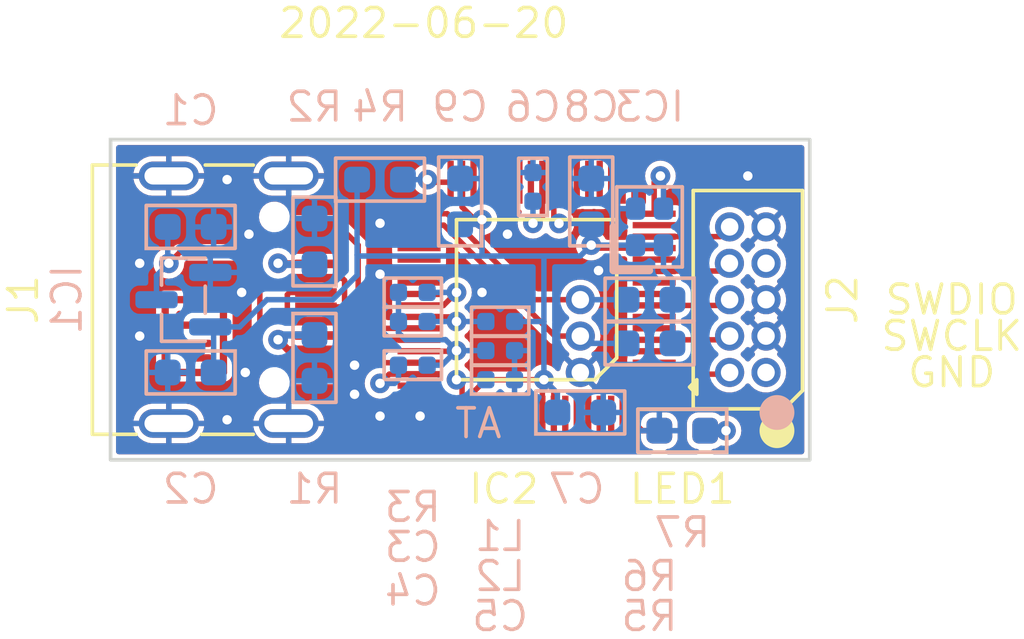
<source format=kicad_pcb>
(kicad_pcb (version 20211014) (generator pcbnew)
  (layers (0 "F.Cu" signal) (31 "B.Cu" signal) (34 "B.Paste" user) (35 "F.Paste" user) (36 "B.SilkS" user "B.Silkscreen") (37 "F.SilkS" user "F.Silkscreen") (38 "B.Mask" user) (39 "F.Mask" user) (44 "Edge.Cuts" user))
  (net 0 "")
  (net 1 "GND")
  (net 2 "/RESET")
  (net 3 "/SWCLK")
  (net 4 "/SWDIO")
  (net 5 "+3V3")
  (net 6 "Net-(J1-PadCC1)")
  (net 7 "Net-(J1-PadCC2)")
  (net 11 "VBUS")
  (net 12 "/USB_DP")
  (net 13 "/USB_DM")
  (net 46 "Net-(IC2-Pad41)")
  (net 47 "/12MHz")
  (net 48 "/T_SWDIO_TMS")
  (net 49 "/T_SWCLK_TCK")
  (net 50 "/T_TDO")
  (net 51 "/T_TDI")
  (net 52 "/T_RESET")
  (net 53 "/STATUS_LED")
  (net 54 "Net-(LED1-Pad2)")
  (net 55 "Net-(C6-Pad2)")
  (net 59 "Net-(C3-Pad2)")
  (net 60 "Net-(C4-Pad1)")
  (net 61 "Net-(C5-Pad2)")
  (net 64 "Net-(C3-Pad1)")
  (footprint "ataradov_ic:TQFP-64-0.4mm" (layer "F.Cu") (at 47.117 51.308 180)
    (fp_text reference "IC2" (at 1.143 -6.604) (layer "F.SilkS") (effects (font (thickness 0.127))))
    (fp_text value "M48XSIDAE")
    (fp_line (start -2.794 -2.032) (end -2.032 -2.794) (layer "F.SilkS") (width 0.127))
    (fp_line (start 2.794 2.794) (end -2.794 2.794) (layer "F.SilkS") (width 0.127))
    (fp_line (start -2.032 -2.794) (end 2.794 -2.794) (layer "F.SilkS") (width 0.127))
    (fp_line (start -2.794 2.794) (end -2.794 -2.032) (layer "F.SilkS") (width 0.127))
    (fp_line (start 2.794 -2.794) (end 2.794 2.794) (layer "F.SilkS") (width 0.127))
    (fp_poly (pts (xy -5.334 -3.048) (xy -5.588 -2.794) (xy -5.588 -3.302)) (layer "F.SilkS") (width 0.127) (fill solid))
    (pad "1" smd rect (at -4.1 -3 180) (size 1.5 0.22) (layers "F.Cu" "F.Paste" "F.Mask"))
    (pad "2" smd rect (at -4.1 -2.6 180) (size 1.5 0.22) (layers "F.Cu" "F.Paste" "F.Mask") (net 48 "/T_SWDIO_TMS"))
    (pad "3" smd rect (at -4.1 -2.2 180) (size 1.5 0.22) (layers "F.Cu" "F.Paste" "F.Mask"))
    (pad "4" smd rect (at -4.1 -1.8 180) (size 1.5 0.22) (layers "F.Cu" "F.Paste" "F.Mask"))
    (pad "5" smd rect (at -4.1 -1.4 180) (size 1.5 0.22) (layers "F.Cu" "F.Paste" "F.Mask") (net 49 "/T_SWCLK_TCK"))
    (pad "6" smd rect (at -4.1 -1 180) (size 1.5 0.22) (layers "F.Cu" "F.Paste" "F.Mask"))
    (pad "7" smd rect (at -4.1 -0.6 180) (size 1.5 0.22) (layers "F.Cu" "F.Paste" "F.Mask"))
    (pad "8" smd rect (at -4.1 -0.2 180) (size 1.5 0.22) (layers "F.Cu" "F.Paste" "F.Mask") (net 50 "/T_TDO"))
    (pad "9" smd rect (at -4.1 0.2 180) (size 1.5 0.22) (layers "F.Cu" "F.Paste" "F.Mask"))
    (pad "10" smd rect (at -4.1 0.6 180) (size 1.5 0.22) (layers "F.Cu" "F.Paste" "F.Mask"))
    (pad "11" smd rect (at -4.1 1 180) (size 1.5 0.22) (layers "F.Cu" "F.Paste" "F.Mask") (net 51 "/T_TDI"))
    (pad "12" smd rect (at -4.1 1.4 180) (size 1.5 0.22) (layers "F.Cu" "F.Paste" "F.Mask"))
    (pad "13" smd rect (at -4.1 1.8 180) (size 1.5 0.22) (layers "F.Cu" "F.Paste" "F.Mask") (net 5 "+3V3"))
    (pad "14" smd rect (at -4.1 2.2 180) (size 1.5 0.22) (layers "F.Cu" "F.Paste" "F.Mask") (net 52 "/T_RESET"))
    (pad "15" smd rect (at -4.1 2.6 180) (size 1.5 0.22) (layers "F.Cu" "F.Paste" "F.Mask"))
    (pad "16" smd rect (at -4.1 3 180) (size 1.5 0.22) (layers "F.Cu" "F.Paste" "F.Mask") (net 47 "/12MHz"))
    (pad "17" smd rect (at -3 4.1 270) (size 1.5 0.22) (layers "F.Cu" "F.Paste" "F.Mask"))
    (pad "18" smd rect (at -2.6 4.1 270) (size 1.5 0.22) (layers "F.Cu" "F.Paste" "F.Mask"))
    (pad "19" smd rect (at -2.2 4.1 270) (size 1.5 0.22) (layers "F.Cu" "F.Paste" "F.Mask"))
    (pad "20" smd rect (at -1.8 4.1 270) (size 1.5 0.22) (layers "F.Cu" "F.Paste" "F.Mask"))
    (pad "21" smd rect (at -1.4 4.1 270) (size 1.5 0.22) (layers "F.Cu" "F.Paste" "F.Mask"))
    (pad "22" smd rect (at -1 4.1 270) (size 1.5 0.22) (layers "F.Cu" "F.Paste" "F.Mask") (net 1 "GND"))
    (pad "23" smd rect (at -0.6 4.1 270) (size 1.5 0.22) (layers "F.Cu" "F.Paste" "F.Mask") (net 5 "+3V3"))
    (pad "24" smd rect (at -0.2 4.1 270) (size 1.5 0.22) (layers "F.Cu" "F.Paste" "F.Mask") (net 55 "Net-(C6-Pad2)"))
    (pad "25" smd rect (at 0.2 4.1 270) (size 1.5 0.22) (layers "F.Cu" "F.Paste" "F.Mask"))
    (pad "26" smd rect (at 0.6 4.1 270) (size 1.5 0.22) (layers "F.Cu" "F.Paste" "F.Mask"))
    (pad "27" smd rect (at 1 4.1 270) (size 1.5 0.22) (layers "F.Cu" "F.Paste" "F.Mask"))
    (pad "28" smd rect (at 1.4 4.1 270) (size 1.5 0.22) (layers "F.Cu" "F.Paste" "F.Mask"))
    (pad "29" smd rect (at 1.8 4.1 270) (size 1.5 0.22) (layers "F.Cu" "F.Paste" "F.Mask"))
    (pad "30" smd rect (at 2.2 4.1 270) (size 1.5 0.22) (layers "F.Cu" "F.Paste" "F.Mask"))
    (pad "31" smd rect (at 2.6 4.1 270) (size 1.5 0.22) (layers "F.Cu" "F.Paste" "F.Mask") (net 5 "+3V3"))
    (pad "32" smd rect (at 3 4.1 270) (size 1.5 0.22) (layers "F.Cu" "F.Paste" "F.Mask") (net 2 "/RESET"))
    (pad "33" smd rect (at 4.1 3 180) (size 1.5 0.22) (layers "F.Cu" "F.Paste" "F.Mask") (net 4 "/SWDIO"))
    (pad "34" smd rect (at 4.1 2.6 180) (size 1.5 0.22) (layers "F.Cu" "F.Paste" "F.Mask") (net 3 "/SWCLK"))
    (pad "35" smd rect (at 4.1 2.2 180) (size 1.5 0.22) (layers "F.Cu" "F.Paste" "F.Mask"))
    (pad "36" smd rect (at 4.1 1.8 180) (size 1.5 0.22) (layers "F.Cu" "F.Paste" "F.Mask"))
    (pad "37" smd rect (at 4.1 1.4 180) (size 1.5 0.22) (layers "F.Cu" "F.Paste" "F.Mask"))
    (pad "38" smd rect (at 4.1 1 180) (size 1.5 0.22) (layers "F.Cu" "F.Paste" "F.Mask"))
    (pad "39" smd rect (at 4.1 0.6 180) (size 1.5 0.22) (layers "F.Cu" "F.Paste" "F.Mask"))
    (pad "40" smd rect (at 4.1 0.2 180) (size 1.5 0.22) (layers "F.Cu" "F.Paste" "F.Mask"))
    (pad "41" smd rect (at 4.1 -0.2 180) (size 1.5 0.22) (layers "F.Cu" "F.Paste" "F.Mask") (net 46 "Net-(IC2-Pad41)"))
    (pad "42" smd rect (at 4.1 -0.6 180) (size 1.5 0.22) (layers "F.Cu" "F.Paste" "F.Mask") (net 59 "Net-(C3-Pad2)"))
    (pad "43" smd rect (at 4.1 -1 180) (size 1.5 0.22) (layers "F.Cu" "F.Paste" "F.Mask") (net 11 "VBUS"))
    (pad "44" smd rect (at 4.1 -1.4 180) (size 1.5 0.22) (layers "F.Cu" "F.Paste" "F.Mask") (net 13 "/USB_DM"))
    (pad "45" smd rect (at 4.1 -1.8 180) (size 1.5 0.22) (layers "F.Cu" "F.Paste" "F.Mask") (net 64 "Net-(C3-Pad1)"))
    (pad "46" smd rect (at 4.1 -2.2 180) (size 1.5 0.22) (layers "F.Cu" "F.Paste" "F.Mask") (net 12 "/USB_DP"))
    (pad "47" smd rect (at 4.1 -2.6 180) (size 1.5 0.22) (layers "F.Cu" "F.Paste" "F.Mask") (net 60 "Net-(C4-Pad1)"))
    (pad "48" smd rect (at 4.1 -3 180) (size 1.5 0.22) (layers "F.Cu" "F.Paste" "F.Mask"))
    (pad "49" smd rect (at 3 -4.1 270) (size 1.5 0.22) (layers "F.Cu" "F.Paste" "F.Mask") (net 1 "GND"))
    (pad "50" smd rect (at 2.6 -4.1 270) (size 1.5 0.22) (layers "F.Cu" "F.Paste" "F.Mask") (net 61 "Net-(C5-Pad2)"))
    (pad "51" smd rect (at 2.2 -4.1 270) (size 1.5 0.22) (layers "F.Cu" "F.Paste" "F.Mask") (net 5 "+3V3"))
    (pad "52" smd rect (at 1.8 -4.1 270) (size 1.5 0.22) (layers "F.Cu" "F.Paste" "F.Mask"))
    (pad "53" smd rect (at 1.4 -4.1 270) (size 1.5 0.22) (layers "F.Cu" "F.Paste" "F.Mask"))
    (pad "54" smd rect (at 1 -4.1 270) (size 1.5 0.22) (layers "F.Cu" "F.Paste" "F.Mask"))
    (pad "55" smd rect (at 0.6 -4.1 270) (size 1.5 0.22) (layers "F.Cu" "F.Paste" "F.Mask"))
    (pad "56" smd rect (at 0.2 -4.1 270) (size 1.5 0.22) (layers "F.Cu" "F.Paste" "F.Mask"))
    (pad "57" smd rect (at -0.2 -4.1 270) (size 1.5 0.22) (layers "F.Cu" "F.Paste" "F.Mask") (net 5 "+3V3"))
    (pad "58" smd rect (at -0.6 -4.1 270) (size 1.5 0.22) (layers "F.Cu" "F.Paste" "F.Mask") (net 5 "+3V3"))
    (pad "59" smd rect (at -1 -4.1 270) (size 1.5 0.22) (layers "F.Cu" "F.Paste" "F.Mask") (net 1 "GND"))
    (pad "60" smd rect (at -1.4 -4.1 270) (size 1.5 0.22) (layers "F.Cu" "F.Paste" "F.Mask"))
    (pad "61" smd rect (at -1.8 -4.1 270) (size 1.5 0.22) (layers "F.Cu" "F.Paste" "F.Mask"))
    (pad "62" smd rect (at -2.2 -4.1 270) (size 1.5 0.22) (layers "F.Cu" "F.Paste" "F.Mask"))
    (pad "63" smd rect (at -2.6 -4.1 270) (size 1.5 0.22) (layers "F.Cu" "F.Paste" "F.Mask"))
    (pad "64" smd rect (at -3 -4.1 270) (size 1.5 0.22) (layers "F.Cu" "F.Paste" "F.Mask") (net 53 "/STATUS_LED"))
  )
  (footprint "ataradov_misc:Logo-Small" (layer "F.Cu") (at 35.179 52.578 90)
    (fp_text reference "Logo1" hide)
    (fp_text value "Logo" hide)
    (fp_line (start -0.254 -0.127) (end -0.508 -0.508) (layer "F.Cu") (width 0.254))
    (fp_line (start -0.254 0.127) (end -0.762 0.127) (layer "F.Cu") (width 0.254))
    (fp_line (start 0 -0.508) (end 0.762 -0.508) (layer "F.Cu") (width 0.254))
    (fp_line (start -0.254 0.508) (end -0.254 -0.127) (layer "F.Cu") (width 0.254))
    (fp_line (start 1.27 1.016) (end -1.27 1.016) (layer "F.Cu") (width 0.254))
    (fp_line (start -1.27 1.016) (end -1.27 -1.016) (layer "F.Cu") (width 0.254))
    (fp_line (start -1.27 -1.016) (end 1.27 -1.016) (layer "F.Cu") (width 0.254))
    (fp_line (start -0.762 -0.127) (end -0.508 -0.508) (layer "F.Cu") (width 0.254))
    (fp_line (start 1.27 -1.016) (end 1.27 1.016) (layer "F.Cu") (width 0.254))
    (fp_line (start 0.381 0.508) (end 0.381 -0.508) (layer "F.Cu") (width 0.254))
    (fp_line (start -0.762 0.508) (end -0.762 -0.127) (layer "F.Cu") (width 0.254))
  )
  (footprint "ataradov_conn:Header-5x2-1.27mm" (layer "F.Cu") (at 54.483 51.308 90)
    (fp_text reference "J2" (at 0 3.302 90) (layer "F.SilkS") (effects (font (thickness 0.127))))
    (fp_text value "Conn-5x2" hide)
    (fp_line (start -3.81 1.27) (end -3.175 1.905) (layer "F.SilkS") (width 0.127))
    (fp_line (start -3.81 -1.905) (end -3.81 1.27) (layer "F.SilkS") (width 0.127))
    (fp_line (start -3.175 1.905) (end 3.81 1.905) (layer "F.SilkS") (width 0.127))
    (fp_line (start -3.81 -1.905) (end 3.81 -1.905) (layer "F.SilkS") (width 0.127))
    (fp_line (start 3.81 -1.905) (end 3.81 1.905) (layer "F.SilkS") (width 0.127))
    (pad "1" thru_hole circle (at -2.54 0.635 90) (size 1.016 1.016) (drill 0.6096) (layers *.Cu *.Mask))
    (pad "2" thru_hole oval (at -2.54 -0.635 90) (size 1.016 1.016) (drill 0.6096) (layers *.Cu *.Mask) (net 48 "/T_SWDIO_TMS"))
    (pad "3" thru_hole circle (at -1.27 0.635 90) (size 1.016 1.016) (drill 0.6096) (layers *.Cu *.Mask) (net 1 "GND"))
    (pad "4" thru_hole circle (at -1.27 -0.635 90) (size 1.016 1.016) (drill 0.6096) (layers *.Cu *.Mask) (net 49 "/T_SWCLK_TCK"))
    (pad "5" thru_hole circle (at 0 0.635 90) (size 1.016 1.016) (drill 0.6096) (layers *.Cu *.Mask) (net 1 "GND"))
    (pad "6" thru_hole circle (at 0 -0.635 90) (size 1.016 1.016) (drill 0.6096) (layers *.Cu *.Mask) (net 50 "/T_TDO"))
    (pad "7" thru_hole circle (at 1.27 0.635 90) (size 1.016 1.016) (drill 0.6096) (layers *.Cu *.Mask))
    (pad "8" thru_hole circle (at 1.27 -0.643 90) (size 1.016 1.016) (drill 0.6096) (layers *.Cu *.Mask) (net 51 "/T_TDI"))
    (pad "9" thru_hole circle (at 2.54 0.635 90) (size 1.016 1.016) (drill 0.6096) (layers *.Cu *.Mask) (net 1 "GND"))
    (pad "10" thru_hole circle (at 2.54 -0.635 90) (size 1.016 1.016) (drill 0.6096) (layers *.Cu *.Mask) (net 52 "/T_RESET"))
  )
  (footprint "ataradov_misc:TestPoint-1.27mm-Small" (layer "F.Cu") (at 48.641 53.848)
    (fp_text reference "TP3" hide)
    (fp_text value "GND" (at 12.954 0) (layer "F.SilkS") (effects (font (thickness 0.127))))
    (pad "1" thru_hole circle (at 0 0) (size 1.016 1.016) (drill 0.6096) (layers *.Cu *.Mask) (net 1 "GND"))
  )
  (footprint "ataradov_misc:TestPoint-1.27mm-Small" (layer "F.Cu") (at 48.641 52.578)
    (fp_text reference "TP1" hide)
    (fp_text value "SWCLK" (at 12.954 0) (layer "F.SilkS") (effects (font (thickness 0.127))))
    (pad "1" thru_hole circle (at 0 0) (size 1.016 1.016) (drill 0.6096) (layers *.Cu *.Mask) (net 3 "/SWCLK"))
  )
  (footprint "ataradov_misc:TestPoint-1.27mm-Small" (layer "F.Cu") (at 48.641 51.308)
    (fp_text reference "TP2" hide)
    (fp_text value "SWDIO" (at 12.954 0) (layer "F.SilkS") (effects (font (thickness 0.127))))
    (pad "1" thru_hole circle (at 0 0) (size 1.016 1.016) (drill 0.6096) (layers *.Cu *.Mask) (net 4 "/SWDIO"))
  )
  (footprint "ataradov_smd:0603" (layer "F.Cu") (at 52.197 55.88 180)
    (fp_text reference "LED1" (at 0 -2.032) (layer "F.SilkS") (effects (font (thickness 0.127))))
    (fp_text value "Orange")
    (fp_rect (start -1.55 -0.75) (end 1.55 0.75) (layer "F.SilkS") (width 0.127) (fill none))
    (pad "1" smd roundrect (at 0.8 0 270) (size 0.9 0.9) (layers "F.Cu" "F.Paste" "F.Mask") (net 53 "/STATUS_LED"))
    (pad "2" smd roundrect (at -0.8 0 270) (size 0.9 0.9) (layers "F.Cu" "F.Paste" "F.Mask") (net 54 "Net-(LED1-Pad2)"))
  )
  (footprint "ataradov_conn:USB-C" (layer "F.Cu") (at 34.29 51.308 -90)
    (fp_text reference "J1" (at 0 5.08 -90) (layer "F.SilkS") (effects (font (thickness 0.127))))
    (fp_text value "USB-C")
    (fp_line (start -4.7 1.143) (end -4.7 2.667) (layer "F.SilkS") (width 0.127))
    (fp_line (start -4.699 2.667) (end 4.699 2.667) (layer "F.SilkS") (width 0.127))
    (fp_line (start 4.7 -2.945) (end 4.7 -1.143) (layer "F.SilkS") (width 0.127))
    (fp_line (start 4.699 1.143) (end 4.699 2.667) (layer "F.SilkS") (width 0.127))
    (fp_line (start -4.7 -2.945) (end -4.7 -1.27) (layer "F.SilkS") (width 0.127))
    (pad "" np_thru_hole circle (at -2.89 -3.68 270) (size 0.6858 0.6858) (drill 0.6858) (layers F&B.Cu *.Mask))
    (pad "" np_thru_hole circle (at 2.89 -3.68 270) (size 0.6858 0.6858) (drill 0.6858) (layers F&B.Cu *.Mask))
    (pad "CC1" smd rect (at -1.25 -5.131 270) (size 0.3 1.45) (layers "F.Cu" "F.Paste" "F.Mask") (net 6 "Net-(J1-PadCC1)"))
    (pad "CC2" smd rect (at 1.75 -5.131 270) (size 0.3 1.45) (layers "F.Cu" "F.Paste" "F.Mask") (net 7 "Net-(J1-PadCC2)"))
    (pad "D+1" smd rect (at -0.25 -5.131 270) (size 0.3 1.45) (layers "F.Cu" "F.Paste" "F.Mask") (net 12 "/USB_DP"))
    (pad "D+2" smd rect (at 0.75 -5.131 270) (size 0.3 1.45) (layers "F.Cu" "F.Paste" "F.Mask") (net 12 "/USB_DP"))
    (pad "D-1" smd rect (at 0.25 -5.131 270) (size 0.3 1.45) (layers "F.Cu" "F.Paste" "F.Mask") (net 13 "/USB_DM"))
    (pad "D-2" smd rect (at -0.75 -5.131 270) (size 0.3 1.45) (layers "F.Cu" "F.Paste" "F.Mask") (net 13 "/USB_DM"))
    (pad "GND1" smd rect (at -3.25 -5.131 270) (size 0.6 1.45) (layers "F.Cu" "F.Paste" "F.Mask") (net 1 "GND"))
    (pad "GND2" smd rect (at 3.25 -5.131 270) (size 0.6 1.45) (layers "F.Cu" "F.Paste" "F.Mask") (net 1 "GND"))
    (pad "S1" thru_hole oval (at -4.32 0 270) (size 1 2.1) (drill oval 0.6 1.7) (layers *.Cu *.Mask) (net 1 "GND"))
    (pad "S2" thru_hole oval (at 4.32 0 270) (size 1 2.1) (drill oval 0.6 1.7) (layers *.Cu *.Mask) (net 1 "GND"))
    (pad "S3" thru_hole oval (at -4.32 -4.18 270) (size 1 2.1) (drill oval 0.6 1.7) (layers *.Cu *.Mask) (net 1 "GND"))
    (pad "S4" thru_hole oval (at 4.32 -4.18 270) (size 1 2.1) (drill oval 0.6 1.7) (layers *.Cu *.Mask) (net 1 "GND"))
    (pad "SBU1" smd rect (at 1.25 -5.131 270) (size 0.3 1.45) (layers "F.Cu" "F.Paste" "F.Mask"))
    (pad "SBU2" smd rect (at -1.75 -5.131 270) (size 0.3 1.45) (layers "F.Cu" "F.Paste" "F.Mask"))
    (pad "VBUS1" smd rect (at -2.45 -5.131 270) (size 0.6 1.45) (layers "F.Cu" "F.Paste" "F.Mask") (net 11 "VBUS"))
    (pad "VBUS2" smd rect (at 2.45 -5.131 270) (size 0.6 1.45) (layers "F.Cu" "F.Paste" "F.Mask") (net 11 "VBUS"))
  )
  (footprint "ataradov_smd:0402" (layer "B.Cu") (at 42.799 52.07 180)
    (fp_text reference "C3" (at 0 -7.874) (layer "B.SilkS") (effects (font (thickness 0.127)) (justify mirror)))
    (fp_text value "100nF")
    (fp_rect (start -1 0.5) (end 1 -0.5) (layer "B.SilkS") (width 0.127) (fill none))
    (pad "1" smd roundrect (at 0.5 0 90) (size 0.6 0.6) (layers "B.Cu" "B.Paste" "B.Mask") (net 64 "Net-(C3-Pad1)"))
    (pad "2" smd roundrect (at -0.5 0 90) (size 0.6 0.6) (layers "B.Cu" "B.Paste" "B.Mask") (net 59 "Net-(C3-Pad2)"))
  )
  (footprint "ataradov_ic:SOT-23" (layer "B.Cu") (at 34.798 51.308 180)
    (fp_text reference "IC1" (at 4.064 0 90) (layer "B.SilkS") (effects (font (thickness 0.127)) (justify mirror)))
    (fp_text value "SC662K-3.3")
    (fp_line (start 0.762 -1.45) (end -0.762 -1.45) (layer "B.SilkS") (width 0.127))
    (fp_line (start -0.762 0.471) (end -0.762 -0.471) (layer "B.SilkS") (width 0.127))
    (fp_line (start 0.762 -1.45) (end 0.762 -0.508) (layer "B.SilkS") (width 0.127))
    (fp_line (start 0.762 1.45) (end -0.762 1.45) (layer "B.SilkS") (width 0.127))
    (fp_line (start 0.762 1.45) (end 0.762 0.508) (layer "B.SilkS") (width 0.127))
    (pad "1" smd roundrect (at -0.9375 0.95 180) (size 1.475 0.6) (layers "B.Cu" "B.Paste" "B.Mask") (net 1 "GND"))
    (pad "2" smd roundrect (at -0.9375 -0.95 180) (size 1.475 0.6) (layers "B.Cu" "B.Paste" "B.Mask") (net 5 "+3V3"))
    (pad "3" smd roundrect (at 0.9375 0 180) (size 1.475 0.6) (layers "B.Cu" "B.Paste" "B.Mask") (net 11 "VBUS"))
  )
  (footprint "ataradov_smd:0603" (layer "B.Cu") (at 52.197 55.88 180)
    (fp_text reference "R7" (at 0 -3.556) (layer "B.SilkS") (effects (font (thickness 0.127)) (justify mirror)))
    (fp_text value "10K")
    (fp_rect (start -1.55 0.75) (end 1.55 -0.75) (layer "B.SilkS") (width 0.127) (fill none))
    (pad "1" smd roundrect (at 0.8 0 90) (size 0.9 0.9) (layers "B.Cu" "B.Paste" "B.Mask") (net 1 "GND"))
    (pad "2" smd roundrect (at -0.8 0 90) (size 0.9 0.9) (layers "B.Cu" "B.Paste" "B.Mask") (net 54 "Net-(LED1-Pad2)"))
  )
  (footprint "ataradov_smd:0402" (layer "B.Cu") (at 42.799 51.054)
    (fp_text reference "R3" (at 0 7.493) (layer "B.SilkS") (effects (font (thickness 0.127)) (justify mirror)))
    (fp_text value "200")
    (fp_rect (start -1 0.5) (end 1 -0.5) (layer "B.SilkS") (width 0.127) (fill none))
    (pad "1" smd roundrect (at 0.5 0 270) (size 0.6 0.6) (layers "B.Cu" "B.Paste" "B.Mask") (net 46 "Net-(IC2-Pad41)"))
    (pad "2" smd roundrect (at -0.5 0 270) (size 0.6 0.6) (layers "B.Cu" "B.Paste" "B.Mask") (net 64 "Net-(C3-Pad1)"))
  )
  (footprint "ataradov_smd:0603" (layer "B.Cu") (at 41.656 47.117)
    (fp_text reference "R4" (at 0 -2.54) (layer "B.SilkS") (effects (font (thickness 0.127)) (justify mirror)))
    (fp_text value "10K")
    (fp_rect (start -1.55 0.75) (end 1.55 -0.75) (layer "B.SilkS") (width 0.127) (fill none))
    (pad "1" smd roundrect (at 0.8 0 270) (size 0.9 0.9) (layers "B.Cu" "B.Paste" "B.Mask") (net 2 "/RESET"))
    (pad "2" smd roundrect (at -0.8 0 270) (size 0.9 0.9) (layers "B.Cu" "B.Paste" "B.Mask") (net 5 "+3V3"))
  )
  (footprint "ataradov_smd:0402" (layer "B.Cu") (at 45.847 53.086 180)
    (fp_text reference "L2" (at 0 -7.874) (layer "B.SilkS") (effects (font (thickness 0.127)) (justify mirror)))
    (fp_text value "BLM15BD471SN1D")
    (fp_rect (start -1 0.5) (end 1 -0.5) (layer "B.SilkS") (width 0.127) (fill none))
    (pad "1" smd roundrect (at 0.5 0 90) (size 0.6 0.6) (layers "B.Cu" "B.Paste" "B.Mask") (net 64 "Net-(C3-Pad1)"))
    (pad "2" smd roundrect (at -0.5 0 90) (size 0.6 0.6) (layers "B.Cu" "B.Paste" "B.Mask") (net 1 "GND"))
  )
  (footprint "ataradov_smd:0603" (layer "B.Cu") (at 35.052 48.768)
    (fp_text reference "C1" (at 0 -4.064 180) (layer "B.SilkS") (effects (font (thickness 0.127)) (justify mirror)))
    (fp_text value "1uF")
    (fp_rect (start -1.55 0.75) (end 1.55 -0.75) (layer "B.SilkS") (width 0.127) (fill none))
    (pad "1" smd roundrect (at 0.8 0 270) (size 0.9 0.9) (layers "B.Cu" "B.Paste" "B.Mask") (net 1 "GND"))
    (pad "2" smd roundrect (at -0.8 0 270) (size 0.9 0.9) (layers "B.Cu" "B.Paste" "B.Mask") (net 11 "VBUS"))
  )
  (footprint "ataradov_smd:0603" (layer "B.Cu") (at 48.641 55.245)
    (fp_text reference "C7" (at -0.127 2.667 180) (layer "B.SilkS") (effects (font (thickness 0.127)) (justify mirror)))
    (fp_text value "1uF")
    (fp_rect (start -1.55 0.75) (end 1.55 -0.75) (layer "B.SilkS") (width 0.127) (fill none))
    (pad "1" smd roundrect (at 0.8 0 270) (size 0.9 0.9) (layers "B.Cu" "B.Paste" "B.Mask") (net 1 "GND"))
    (pad "2" smd roundrect (at -0.8 0 270) (size 0.9 0.9) (layers "B.Cu" "B.Paste" "B.Mask") (net 5 "+3V3"))
  )
  (footprint "ataradov_smd:0402" (layer "B.Cu") (at 46.99 47.371 90)
    (fp_text reference "C6" (at 2.794 0 180) (layer "B.SilkS") (effects (font (thickness 0.127)) (justify mirror)))
    (fp_text value "1uF")
    (fp_rect (start -1 0.5) (end 1 -0.5) (layer "B.SilkS") (width 0.127) (fill none))
    (pad "1" smd roundrect (at 0.5 0) (size 0.6 0.6) (layers "B.Cu" "B.Paste" "B.Mask") (net 1 "GND"))
    (pad "2" smd roundrect (at -0.5 0) (size 0.6 0.6) (layers "B.Cu" "B.Paste" "B.Mask") (net 55 "Net-(C6-Pad2)"))
  )
  (footprint "ataradov_smd:0603" (layer "B.Cu") (at 49.022 47.879 90)
    (fp_text reference "C8" (at 3.302 0) (layer "B.SilkS") (effects (font (thickness 0.127)) (justify mirror)))
    (fp_text value "1uF")
    (fp_rect (start -1.55 0.75) (end 1.55 -0.75) (layer "B.SilkS") (width 0.127) (fill none))
    (pad "1" smd roundrect (at 0.8 0) (size 0.9 0.9) (layers "B.Cu" "B.Paste" "B.Mask") (net 1 "GND"))
    (pad "2" smd roundrect (at -0.8 0) (size 0.9 0.9) (layers "B.Cu" "B.Paste" "B.Mask") (net 5 "+3V3"))
  )
  (footprint "ataradov_smd:0402" (layer "B.Cu") (at 42.799 53.594 180)
    (fp_text reference "C4" (at 0 -7.874) (layer "B.SilkS") (effects (font (thickness 0.127)) (justify mirror)))
    (fp_text value "1uF")
    (fp_rect (start -1 0.5) (end 1 -0.5) (layer "B.SilkS") (width 0.127) (fill none))
    (pad "1" smd roundrect (at 0.5 0 90) (size 0.6 0.6) (layers "B.Cu" "B.Paste" "B.Mask") (net 60 "Net-(C4-Pad1)"))
    (pad "2" smd roundrect (at -0.5 0 90) (size 0.6 0.6) (layers "B.Cu" "B.Paste" "B.Mask") (net 64 "Net-(C3-Pad1)"))
  )
  (footprint "ataradov_smd:0603" (layer "B.Cu") (at 51.054 51.308 180)
    (fp_text reference "R6" (at 0 -9.652) (layer "B.SilkS") (effects (font (thickness 0.127)) (justify mirror)))
    (fp_text value "10K")
    (fp_rect (start -1.55 0.75) (end 1.55 -0.75) (layer "B.SilkS") (width 0.127) (fill none))
    (pad "1" smd roundrect (at 0.8 0 90) (size 0.9 0.9) (layers "B.Cu" "B.Paste" "B.Mask") (net 4 "/SWDIO"))
    (pad "2" smd roundrect (at -0.8 0 90) (size 0.9 0.9) (layers "B.Cu" "B.Paste" "B.Mask") (net 5 "+3V3"))
  )
  (footprint "ataradov_smd:0603" (layer "B.Cu") (at 35.052 53.848 180)
    (fp_text reference "C2" (at 0 -4.064) (layer "B.SilkS") (effects (font (thickness 0.127)) (justify mirror)))
    (fp_text value "1uF")
    (fp_rect (start -1.55 0.75) (end 1.55 -0.75) (layer "B.SilkS") (width 0.127) (fill none))
    (pad "1" smd roundrect (at 0.8 0 90) (size 0.9 0.9) (layers "B.Cu" "B.Paste" "B.Mask") (net 1 "GND"))
    (pad "2" smd roundrect (at -0.8 0 90) (size 0.9 0.9) (layers "B.Cu" "B.Paste" "B.Mask") (net 5 "+3V3"))
  )
  (footprint "ataradov_smd:0603" (layer "B.Cu") (at 39.37 49.276 90)
    (fp_text reference "R2" (at 4.699 0) (layer "B.SilkS") (effects (font (thickness 0.127)) (justify mirror)))
    (fp_text value "5.1K")
    (fp_rect (start -1.55 0.75) (end 1.55 -0.75) (layer "B.SilkS") (width 0.127) (fill none))
    (pad "1" smd roundrect (at 0.8 0) (size 0.9 0.9) (layers "B.Cu" "B.Paste" "B.Mask") (net 1 "GND"))
    (pad "2" smd roundrect (at -0.8 0) (size 0.9 0.9) (layers "B.Cu" "B.Paste" "B.Mask") (net 6 "Net-(J1-PadCC1)"))
  )
  (footprint "ataradov_smd:0603" (layer "B.Cu") (at 44.45 47.879 90)
    (fp_text reference "C9" (at 3.302 0) (layer "B.SilkS") (effects (font (thickness 0.127)) (justify mirror)))
    (fp_text value "1uF")
    (fp_rect (start -1.55 0.75) (end 1.55 -0.75) (layer "B.SilkS") (width 0.127) (fill none))
    (pad "1" smd roundrect (at 0.8 0) (size 0.9 0.9) (layers "B.Cu" "B.Paste" "B.Mask") (net 1 "GND"))
    (pad "2" smd roundrect (at -0.8 0) (size 0.9 0.9) (layers "B.Cu" "B.Paste" "B.Mask") (net 5 "+3V3"))
  )
  (footprint "ataradov_smd:0402" (layer "B.Cu") (at 45.847 52.07 180)
    (fp_text reference "L1" (at 0 -7.493) (layer "B.SilkS") (effects (font (thickness 0.127)) (justify mirror)))
    (fp_text value "BLM15BD471SN1D")
    (fp_rect (start -1 0.5) (end 1 -0.5) (layer "B.SilkS") (width 0.127) (fill none))
    (pad "1" smd roundrect (at 0.5 0 90) (size 0.6 0.6) (layers "B.Cu" "B.Paste" "B.Mask") (net 59 "Net-(C3-Pad2)"))
    (pad "2" smd roundrect (at -0.5 0 90) (size 0.6 0.6) (layers "B.Cu" "B.Paste" "B.Mask") (net 5 "+3V3"))
  )
  (footprint "ataradov_smd:0402" (layer "B.Cu") (at 45.847 54.102)
    (fp_text reference "C5" (at 0 8.255) (layer "B.SilkS") (effects (font (thickness 0.127)) (justify mirror)))
    (fp_text value "1uF")
    (fp_rect (start -1 0.5) (end 1 -0.5) (layer "B.SilkS") (width 0.127) (fill none))
    (pad "1" smd roundrect (at 0.5 0 270) (size 0.6 0.6) (layers "B.Cu" "B.Paste" "B.Mask") (net 1 "GND"))
    (pad "2" smd roundrect (at -0.5 0 270) (size 0.6 0.6) (layers "B.Cu" "B.Paste" "B.Mask") (net 61 "Net-(C5-Pad2)"))
  )
  (footprint "ataradov_smd:0603" (layer "B.Cu") (at 51.054 52.832 180)
    (fp_text reference "R5" (at 0 -9.525) (layer "B.SilkS") (effects (font (thickness 0.127)) (justify mirror)))
    (fp_text value "10K")
    (fp_rect (start -1.55 0.75) (end 1.55 -0.75) (layer "B.SilkS") (width 0.127) (fill none))
    (pad "1" smd roundrect (at 0.8 0 90) (size 0.9 0.9) (layers "B.Cu" "B.Paste" "B.Mask") (net 3 "/SWCLK"))
    (pad "2" smd roundrect (at -0.8 0 90) (size 0.9 0.9) (layers "B.Cu" "B.Paste" "B.Mask") (net 5 "+3V3"))
  )
  (footprint "ataradov_smd:0603" (layer "B.Cu") (at 39.37 53.34 -90)
    (fp_text reference "R1" (at 4.572 0 180) (layer "B.SilkS") (effects (font (thickness 0.127)) (justify mirror)))
    (fp_text value "5.1K")
    (fp_rect (start -1.55 0.75) (end 1.55 -0.75) (layer "B.SilkS") (width 0.127) (fill none))
    (pad "1" smd roundrect (at 0.8 0 180) (size 0.9 0.9) (layers "B.Cu" "B.Paste" "B.Mask") (net 1 "GND"))
    (pad "2" smd roundrect (at -0.8 0 180) (size 0.9 0.9) (layers "B.Cu" "B.Paste" "B.Mask") (net 7 "Net-(J1-PadCC2)"))
  )
  (footprint "ataradov_ic:SMD2016-4P" (layer "B.Cu") (at 51.054 48.768 90)
    (fp_text reference "IC3" (at 4.191 0 180) (layer "B.SilkS") (effects (font (thickness 0.127)) (justify mirror)))
    (fp_text value "OT201612MJBA4SL")
    (fp_line (start -1.524 0) (end -1.524 -1.2446) (layer "B.SilkS") (width 0.254))
    (fp_line (start -1.397 1.143) (end 1.397 1.143) (layer "B.SilkS") (width 0.127))
    (fp_line (start -1.524 -1.27) (end 0 -1.27) (layer "B.SilkS") (width 0.254))
    (fp_line (start -1.397 1.143) (end -1.397 -1.143) (layer "B.SilkS") (width 0.127))
    (fp_line (start -1.397 -1.143) (end 1.397 -1.143) (layer "B.SilkS") (width 0.127))
    (fp_line (start 1.397 1.143) (end 1.397 -1.143) (layer "B.SilkS") (width 0.127))
    (pad "1" smd roundrect (at -0.6375 -0.4875 90) (size 0.775 0.675) (layers "B.Cu" "B.Paste" "B.Mask") (net 5 "+3V3"))
    (pad "2" smd roundrect (at 0.6375 -0.4875 90) (size 0.775 0.675) (layers "B.Cu" "B.Paste" "B.Mask") (net 1 "GND"))
    (pad "3" smd roundrect (at 0.6375 0.4875 90) (size 0.775 0.675) (layers "B.Cu" "B.Paste" "B.Mask") (net 47 "/12MHz"))
    (pad "4" smd roundrect (at -0.6375 0.4875 90) (size 0.775 0.675) (layers "B.Cu" "B.Paste" "B.Mask") (net 5 "+3V3"))
  )
  (gr_circle (center 55.499 55.245) (end 56.007 55.245) (layer "B.SilkS") (width 0.2) (fill solid))
  (gr_circle (center 55.499 55.88) (end 56.007 55.88) (layer "F.SilkS") (width 0.2) (fill solid))
  (gr_rect (start 32.258 45.72) (end 56.642 56.896) (layer "Edge.Cuts") (width 0.127) (fill none))
  (gr_text "AT" (at 45.085 55.626) (layer "B.SilkS") (effects (font (size 1 1) (thickness 0.127)) (justify mirror)))
  (gr_text "2022-06-20" (at 43.18 41.656) (layer "F.SilkS") (effects (font (size 1 1) (thickness 0.127))))
  (via (at 36.322 55.499) (size 0.6858) (drill 0.3302) (layers "F.Cu" "B.Cu") (net 1))
  (via (at 49.276 50.292) (size 0.6858) (drill 0.3302) (layers "F.Cu" "B.Cu") (net 1))
  (via (at 41.656 48.641) (size 0.6858) (drill 0.3302) (layers "F.Cu" "B.Cu") (net 1))
  (via (at 33.274 50.038) (size 0.6858) (drill 0.3302) (layers "F.Cu" "B.Cu") (net 1))
  (via (at 46.101 49.022) (size 0.6858) (drill 0.3302) (layers "F.Cu" "B.Cu") (net 1))
  (via (at 36.83 51.054) (size 0.6858) (drill 0.3302) (layers "F.Cu" "B.Cu") (net 1))
  (via (at 40.767 54.61) (size 0.6858) (drill 0.3302) (layers "F.Cu" "B.Cu") (net 1))
  (via (at 33.274 52.578) (size 0.6858) (drill 0.3302) (layers "F.Cu" "B.Cu") (net 1))
  (via (at 41.656 50.419) (size 0.6858) (drill 0.3302) (layers "F.Cu" "B.Cu") (net 1))
  (via (at 37.084 49.022) (size 0.6858) (drill 0.3302) (layers "F.Cu" "B.Cu") (net 1))
  (via (at 36.957 53.848) (size 0.6858) (drill 0.3302) (layers "F.Cu" "B.Cu") (net 1))
  (via (at 43.053 55.372) (size 0.6858) (drill 0.3302) (layers "F.Cu" "B.Cu") (net 1))
  (via (at 54.483 46.99) (size 0.6858) (drill 0.3302) (layers "F.Cu" "B.Cu") (net 1))
  (via (at 41.656 55.372) (size 0.6858) (drill 0.3302) (layers "F.Cu" "B.Cu") (net 1))
  (via (at 45.212 51.054) (size 0.6858) (drill 0.3302) (layers "F.Cu" "B.Cu") (net 1))
  (via (at 36.322 47.117) (size 0.6858) (drill 0.3302) (layers "F.Cu" "B.Cu") (net 1))
  (via (at 40.767 53.594) (size 0.6858) (drill 0.3302) (layers "F.Cu" "B.Cu") (net 1))
  (segment (start 43.307 47.117) (end 43.398 47.208) (width 0.1905) (layer "F.Cu") (net 2))
  (segment (start 43.398 47.208) (end 44.117 47.208) (width 0.1905) (layer "F.Cu") (net 2))
  (via (at 43.307 47.117) (size 0.6858) (drill 0.3302) (layers "F.Cu" "B.Cu") (net 2))
  (segment (start 42.456 47.117) (end 43.307 47.117) (width 0.1905) (layer "B.Cu") (net 2))
  (segment (start 43.882 48.708) (end 47.752 52.578) (width 0.1905) (layer "F.Cu") (net 3))
  (segment (start 43.017 48.708) (end 43.882 48.708) (width 0.1905) (layer "F.Cu") (net 3))
  (segment (start 47.752 52.578) (end 48.641 52.578) (width 0.1905) (layer "F.Cu") (net 3))
  (segment (start 48.895 52.832) (end 48.641 52.578) (width 0.1905) (layer "B.Cu") (net 3))
  (segment (start 50.254 52.832) (end 48.895 52.832) (width 0.1905) (layer "B.Cu") (net 3))
  (segment (start 47.002854 51.308) (end 48.641 51.308) (width 0.1905) (layer "F.Cu") (net 4))
  (segment (start 44.002854 48.308) (end 47.002854 51.308) (width 0.1905) (layer "F.Cu") (net 4))
  (segment (start 43.017 48.308) (end 44.002854 48.308) (width 0.1905) (layer "F.Cu") (net 4))
  (segment (start 48.641 51.308) (end 50.254 51.308) (width 0.1905) (layer "B.Cu") (net 4))
  (segment (start 47.371 54.102) (end 45.3439 54.102) (width 0.1905) (layer "F.Cu") (net 5))
  (segment (start 44.917 54.5289) (end 44.917 55.408) (width 0.1905) (layer "F.Cu") (net 5))
  (segment (start 47.717 47.208) (end 47.717 48.479) (width 0.1905) (layer "F.Cu") (net 5))
  (segment (start 47.885345 48.647345) (end 47.896829 48.647345) (width 0.1905) (layer "F.Cu") (net 5))
  (segment (start 44.517 47.208) (end 44.517 48.073) (width 0.1905) (layer "F.Cu") (net 5))
  (segment (start 49.022 49.403) (end 49.127 49.508) (width 0.1905) (layer "F.Cu") (net 5))
  (segment (start 44.517 48.073) (end 44.958 48.514) (width 0.1905) (layer "F.Cu") (net 5))
  (segment (start 49.127 49.508) (end 51.217 49.508) (width 0.1905) (layer "F.Cu") (net 5))
  (segment (start 47.717 54.448) (end 47.717 55.408) (width 0.1905) (layer "F.Cu") (net 5))
  (segment (start 45.212 48.514) (end 44.958 48.514) (width 0.1905) (layer "F.Cu") (net 5))
  (segment (start 47.317 54.156) (end 47.317 55.408) (width 0.1905) (layer "F.Cu") (net 5))
  (segment (start 47.371 54.102) (end 47.717 54.448) (width 0.1905) (layer "F.Cu") (net 5))
  (segment (start 47.371 54.102) (end 47.317 54.156) (width 0.1905) (layer "F.Cu") (net 5))
  (segment (start 45.3439 54.102) (end 44.917 54.5289) (width 0.1905) (layer "F.Cu") (net 5))
  (segment (start 47.717 48.479) (end 47.885345 48.647345) (width 0.1905) (layer "F.Cu") (net 5))
  (via (at 49.022 49.403) (size 0.6858) (drill 0.3302) (layers "F.Cu" "B.Cu") (net 5))
  (via (at 45.212 48.514) (size 0.6858) (drill 0.3302) (layers "F.Cu" "B.Cu") (net 5))
  (via (at 47.896829 48.647345) (size 0.6858) (drill 0.3302) (layers "F.Cu" "B.Cu") (net 5))
  (via (at 47.371 54.102) (size 0.6858) (drill 0.3302) (layers "F.Cu" "B.Cu") (net 5))
  (segment (start 40.856 49.746) (end 40.856 47.117) (width 0.1905) (layer "B.Cu") (net 5))
  (segment (start 40.894 49.784) (end 40.856 49.746) (width 0.1905) (layer "B.Cu") (net 5))
  (segment (start 40.005 51.308) (end 40.856 50.457) (width 0.1905) (layer "B.Cu") (net 5))
  (segment (start 47.841 54.572) (end 47.371 54.102) (width 0.1905) (layer "B.Cu") (net 5))
  (segment (start 51.5415 49.4055) (end 51.5415 50.2715) (width 0.1905) (layer "B.Cu") (net 5))
  (segment (start 47.371 52.07) (end 47.371 49.784) (width 0.1905) (layer "B.Cu") (net 5))
  (segment (start 44.45 48.679) (end 45.047 48.679) (width 0.1905) (layer "B.Cu") (net 5))
  (segment (start 45.212 49.784) (end 47.371 49.784) (width 0.1905) (layer "B.Cu") (net 5))
  (segment (start 49.022 49.403) (end 48.641 49.784) (width 0.1905) (layer "B.Cu") (net 5))
  (segment (start 45.212 48.514) (end 45.212 49.784) (width 0.1905) (layer "B.Cu") (net 5))
  (segment (start 35.852 53.848) (end 35.852 52.3745) (width 0.1905) (layer "B.Cu") (net 5))
  (segment (start 47.371 52.07) (end 47.371 54.102) (width 0.1905) (layer "B.Cu") (net 5))
  (segment (start 46.347 52.07) (end 47.371 52.07) (width 0.1905) (layer "B.Cu") (net 5))
  (segment (start 49.022 49.403) (end 49.0245 49.4055) (width 0.1905) (layer "B.Cu") (net 5))
  (segment (start 45.212 49.784) (end 40.894 49.784) (width 0.1905) (layer "B.Cu") (net 5))
  (segment (start 35.7355 52.258) (end 36.76025 52.258) (width 0.1905) (layer "B.Cu") (net 5))
  (segment (start 51.5415 50.2715) (end 51.854 50.584) (width 0.1905) (layer "B.Cu") (net 5))
  (segment (start 37.71025 51.308) (end 40.005 51.308) (width 0.1905) (layer "B.Cu") (net 5))
  (segment (start 48.990345 48.647345) (end 49.022 48.679) (width 0.1905) (layer "B.Cu") (net 5))
  (segment (start 51.854 52.832) (end 51.854 51.308) (width 0.1905) (layer "B.Cu") (net 5))
  (segment (start 40.856 50.457) (end 40.856 49.746) (width 0.1905) (layer "B.Cu") (net 5))
  (segment (start 51.5415 49.4055) (end 50.5665 49.4055) (width 0.1905) (layer "B.Cu") (net 5))
  (segment (start 48.641 49.784) (end 47.371 49.784) (width 0.1905) (layer "B.Cu") (net 5))
  (segment (start 47.841 55.245) (end 47.841 54.572) (width 0.1905) (layer "B.Cu") (net 5))
  (segment (start 35.852 52.3745) (end 35.7355 52.258) (width 0.1905) (layer "B.Cu") (net 5))
  (segment (start 36.76025 52.258) (end 37.71025 51.308) (width 0.1905) (layer "B.Cu") (net 5))
  (segment (start 49.0245 49.4055) (end 50.5665 49.4055) (width 0.1905) (layer "B.Cu") (net 5))
  (segment (start 47.896829 48.647345) (end 48.990345 48.647345) (width 0.1905) (layer "B.Cu") (net 5))
  (segment (start 51.854 50.584) (end 51.854 51.308) (width 0.1905) (layer "B.Cu") (net 5))
  (segment (start 45.047 48.679) (end 45.212 48.514) (width 0.1905) (layer "B.Cu") (net 5))
  (segment (start 39.38225 50.058) (end 38.12 50.058) (width 0.254) (layer "F.Cu") (net 6))
  (segment (start 38.12 50.058) (end 38.1 50.038) (width 0.254) (layer "F.Cu") (net 6))
  (via (at 38.1 50.038) (size 0.6858) (drill 0.3302) (layers "F.Cu" "B.Cu") (net 6))
  (segment (start 38.138 50.076) (end 38.1 50.038) (width 0.254) (layer "B.Cu") (net 6))
  (segment (start 39.37 50.076) (end 38.138 50.076) (width 0.254) (layer "B.Cu") (net 6))
  (segment (start 38.1 52.71206) (end 38.44594 53.058) (width 0.254) (layer "F.Cu") (net 7))
  (segment (start 38.1 52.705) (end 38.1 52.71206) (width 0.254) (layer "F.Cu") (net 7))
  (segment (start 38.44594 53.058) (end 39.38225 53.058) (width 0.254) (layer "F.Cu") (net 7))
  (via (at 38.1 52.705) (size 0.6858) (drill 0.3302) (layers "F.Cu" "B.Cu") (net 7))
  (segment (start 38.265 52.54) (end 39.37 52.54) (width 0.254) (layer "B.Cu") (net 7))
  (segment (start 38.1 52.705) (end 38.265 52.54) (width 0.254) (layer "B.Cu") (net 7))
  (segment (start 38.518 53.758) (end 39.421 53.758) (width 0.1905) (layer "F.Cu") (net 11))
  (segment (start 37.465 53.086) (end 37.846 53.467) (width 0.1905) (layer "F.Cu") (net 11))
  (segment (start 41.767 52.308) (end 40.894 51.435) (width 0.1905) (layer "F.Cu") (net 11))
  (segment (start 37.846 49.276) (end 37.465 49.657) (width 0.1905) (layer "F.Cu") (net 11))
  (segment (start 37.465 49.657) (end 37.465 53.086) (width 0.1905) (layer "F.Cu") (net 11))
  (segment (start 38.518 48.858) (end 38.1 49.276) (width 0.1905) (layer "F.Cu") (net 11))
  (segment (start 37.465 49.657) (end 34.798 49.657) (width 0.1905) (layer "F.Cu") (net 11))
  (segment (start 40.894 49.403) (end 40.349 48.858) (width 0.1905) (layer "F.Cu") (net 11))
  (segment (start 34.798 49.657) (end 34.671 49.657) (width 0.1905) (layer "F.Cu") (net 11))
  (segment (start 38.1 49.276) (end 37.846 49.276) (width 0.1905) (layer "F.Cu") (net 11))
  (segment (start 37.846 53.467) (end 38.227 53.467) (width 0.1905) (layer "F.Cu") (net 11))
  (segment (start 39.421 48.858) (end 38.518 48.858) (width 0.1905) (layer "F.Cu") (net 11))
  (segment (start 40.349 48.858) (end 39.421 48.858) (width 0.1905) (layer "F.Cu") (net 11))
  (segment (start 43.017 52.308) (end 41.767 52.308) (width 0.1905) (layer "F.Cu") (net 11))
  (segment (start 38.227 53.467) (end 38.518 53.758) (width 0.1905) (layer "F.Cu") (net 11))
  (segment (start 34.671 49.657) (end 34.29 50.038) (width 0.1905) (layer "F.Cu") (net 11))
  (segment (start 40.894 51.435) (end 40.894 49.403) (width 0.1905) (layer "F.Cu") (net 11))
  (via (at 34.29 50.038) (size 0.6858) (drill 0.3302) (layers "F.Cu" "B.Cu") (net 11))
  (segment (start 34.252 50) (end 34.29 50.038) (width 0.1905) (layer "B.Cu") (net 11))
  (segment (start 33.8605 51.308) (end 33.8605 50.4675) (width 0.1905) (layer "B.Cu") (net 11))
  (segment (start 33.8605 50.4675) (end 34.29 50.038) (width 0.1905) (layer "B.Cu") (net 11))
  (segment (start 34.252 48.768) (end 34.252 50) (width 0.1905) (layer "B.Cu") (net 11))
  (segment (start 43.017 53.508) (end 41.697 53.508) (width 0.1905) (layer "F.Cu") (net 12))
  (segment (start 38.4999 52.058) (end 39.421 52.058) (width 0.1905) (layer "F.Cu") (net 12))
  (segment (start 38.4999 51.058) (end 38.42295 51.13495) (width 0.1905) (layer "F.Cu") (net 12))
  (segment (start 38.42295 51.13495) (end 38.42295 51.98105) (width 0.1905) (layer "F.Cu") (net 12))
  (segment (start 40.247 52.058) (end 39.421 52.058) (width 0.1905) (layer "F.Cu") (net 12))
  (segment (start 41.697 53.508) (end 40.247 52.058) (width 0.1905) (layer "F.Cu") (net 12))
  (segment (start 39.421 51.058) (end 38.4999 51.058) (width 0.1905) (layer "F.Cu") (net 12))
  (segment (start 38.42295 51.98105) (end 38.4999 52.058) (width 0.1905) (layer "F.Cu") (net 12))
  (segment (start 40.39 51.558) (end 39.421 51.558) (width 0.1905) (layer "F.Cu") (net 13))
  (segment (start 40.41905 51.52895) (end 40.39 51.558) (width 0.1905) (layer "F.Cu") (net 13))
  (segment (start 40.3421 50.558) (end 40.41905 50.63495) (width 0.1905) (layer "F.Cu") (net 13))
  (segment (start 39.421 50.558) (end 40.3421 50.558) (width 0.1905) (layer "F.Cu") (net 13))
  (segment (start 40.39 51.566) (end 40.39 51.558) (width 0.1905) (layer "F.Cu") (net 13))
  (segment (start 43.017 52.708) (end 41.532 52.708) (width 0.1905) (layer "F.Cu") (net 13))
  (segment (start 41.532 52.708) (end 40.39 51.566) (width 0.1905) (layer "F.Cu") (net 13))
  (segment (start 40.41905 50.63495) (end 40.41905 51.52895) (width 0.1905) (layer "F.Cu") (net 13))
  (segment (start 44.323 51.054) (end 43.869 51.508) (width 0.1905) (layer "F.Cu") (net 46))
  (segment (start 43.869 51.508) (end 43.017 51.508) (width 0.1905) (layer "F.Cu") (net 46))
  (via (at 44.323 51.054) (size 0.6858) (drill 0.3302) (layers "F.Cu" "B.Cu") (net 46))
  (segment (start 43.299 51.054) (end 44.323 51.054) (width 0.1905) (layer "B.Cu") (net 46))
  (segment (start 51.217 47.208) (end 51.435 46.99) (width 0.1905) (layer "F.Cu") (net 47))
  (segment (start 51.217 48.308) (end 51.217 47.208) (width 0.1905) (layer "F.Cu") (net 47))
  (via (at 51.435 46.99) (size 0.6858) (drill 0.3302) (layers "F.Cu" "B.Cu") (net 47))
  (segment (start 51.5415 48.1305) (end 51.5415 47.0965) (width 0.1905) (layer "B.Cu") (net 47))
  (segment (start 51.5415 47.0965) (end 51.435 46.99) (width 0.1905) (layer "B.Cu") (net 47))
  (segment (start 51.217 53.908) (end 53.788 53.908) (width 0.1905) (layer "F.Cu") (net 48))
  (segment (start 53.788 53.908) (end 53.848 53.848) (width 0.1905) (layer "F.Cu") (net 48))
  (segment (start 51.217 52.708) (end 53.718 52.708) (width 0.1905) (layer "F.Cu") (net 49))
  (segment (start 53.718 52.708) (end 53.848 52.578) (width 0.1905) (layer "F.Cu") (net 49))
  (segment (start 53.648 51.508) (end 53.848 51.308) (width 0.1905) (layer "F.Cu") (net 50))
  (segment (start 51.217 51.508) (end 53.648 51.508) (width 0.1905) (layer "F.Cu") (net 50))
  (segment (start 51.217 50.308) (end 53.57 50.308) (width 0.1905) (layer "F.Cu") (net 51))
  (segment (start 53.57 50.308) (end 53.84 50.038) (width 0.1905) (layer "F.Cu") (net 51))
  (segment (start 51.217 49.108) (end 53.508 49.108) (width 0.1905) (layer "F.Cu") (net 52))
  (segment (start 53.508 49.108) (end 53.848 48.768) (width 0.1905) (layer "F.Cu") (net 52))
  (segment (start 50.328 55.408) (end 50.8 55.88) (width 0.1905) (layer "F.Cu") (net 53))
  (segment (start 50.117 55.408) (end 50.328 55.408) (width 0.1905) (layer "F.Cu") (net 53))
  (segment (start 50.8 55.88) (end 51.397 55.88) (width 0.1905) (layer "F.Cu") (net 53))
  (segment (start 52.997 55.88) (end 53.721 55.88) (width 0.1905) (layer "F.Cu") (net 54))
  (via (at 53.721 55.88) (size 0.6858) (drill 0.3302) (layers "F.Cu" "B.Cu") (net 54))
  (segment (start 52.997 55.88) (end 53.721 55.88) (width 0.1905) (layer "B.Cu") (net 54))
  (segment (start 46.99 48.641) (end 47.317 48.441) (width 0.1905) (layer "F.Cu") (net 55))
  (segment (start 47.317 48.441) (end 47.317 47.208) (width 0.1905) (layer "F.Cu") (net 55))
  (via (at 46.99 48.641) (size 0.6858) (drill 0.3302) (layers "F.Cu" "B.Cu") (net 55))
  (segment (start 46.99 47.871) (end 46.99 48.641) (width 0.1905) (layer "B.Cu") (net 55))
  (segment (start 44.161 51.908) (end 44.323 52.07) (width 0.1905) (layer "F.Cu") (net 59))
  (segment (start 43.017 51.908) (end 44.161 51.908) (width 0.1905) (layer "F.Cu") (net 59))
  (via (at 44.323 52.07) (size 0.6858) (drill 0.3302) (layers "F.Cu" "B.Cu") (net 59))
  (segment (start 45.347 52.07) (end 44.323 52.07) (width 0.1905) (layer "B.Cu") (net 59))
  (segment (start 43.299 52.07) (end 44.323 52.07) (width 0.1905) (layer "B.Cu") (net 59))
  (segment (start 41.656 54.229) (end 41.977 53.908) (width 0.1905) (layer "F.Cu") (net 60))
  (segment (start 41.977 53.908) (end 43.017 53.908) (width 0.1905) (layer "F.Cu") (net 60))
  (via (at 41.656 54.229) (size 0.6858) (drill 0.3302) (layers "F.Cu" "B.Cu") (net 60))
  (segment (start 42.299 54.094) (end 42.164 54.229) (width 0.1905) (layer "B.Cu") (net 60))
  (segment (start 42.299 53.594) (end 42.299 54.094) (width 0.1905) (layer "B.Cu") (net 60))
  (segment (start 42.164 54.229) (end 41.656 54.229) (width 0.1905) (layer "B.Cu") (net 60))
  (segment (start 44.323 54.102) (end 44.517 54.296) (width 0.1905) (layer "F.Cu") (net 61))
  (segment (start 44.517 54.296) (end 44.517 55.408) (width 0.1905) (layer "F.Cu") (net 61))
  (via (at 44.323 54.102) (size 0.6858) (drill 0.3302) (layers "F.Cu" "B.Cu") (net 61))
  (segment (start 45.347 54.102) (end 44.323 54.102) (width 0.1905) (layer "B.Cu") (net 61))
  (segment (start 44.301 53.108) (end 43.017 53.108) (width 0.1905) (layer "F.Cu") (net 64))
  (segment (start 44.323 53.086) (end 44.301 53.108) (width 0.1905) (layer "F.Cu") (net 64))
  (via (at 44.323 53.086) (size 0.6858) (drill 0.3302) (layers "F.Cu" "B.Cu") (net 64))
  (segment (start 42.299 52.459) (end 42.545 52.705) (width 0.1905) (layer "B.Cu") (net 64))
  (segment (start 42.299 51.054) (end 42.299 52.07) (width 0.1905) (layer "B.Cu") (net 64))
  (segment (start 42.545 52.705) (end 43.942 52.705) (width 0.1905) (layer "B.Cu") (net 64))
  (segment (start 43.942 52.705) (end 44.323 53.086) (width 0.1905) (layer "B.Cu") (net 64))
  (segment (start 42.299 52.07) (end 42.299 52.459) (width 0.1905) (layer "B.Cu") (net 64))
  (segment (start 43.299 53.594) (end 43.815 53.594) (width 0.1905) (layer "B.Cu") (net 64))
  (segment (start 43.815 53.594) (end 44.323 53.086) (width 0.1905) (layer "B.Cu") (net 64))
  (segment (start 44.323 53.086) (end 45.347 53.086) (width 0.1905) (layer "B.Cu") (net 64))
  (zone (net 1) (net_name "GND") (layer "F.Cu") (connect_pads (clearance 0.1905)) (min_thickness 0.1905) (fill yes (thermal_gap 0.1905) (thermal_bridge_width 0.1905))
    (polygon (pts (xy 56.642 56.896) (xy 32.258 56.896) (xy 32.258 45.72) (xy 56.642 45.72)))
  )
  (zone (net 1) (net_name "GND") (layer "B.Cu") (connect_pads (clearance 0.1905)) (min_thickness 0.1905) (fill yes (thermal_gap 0.1905) (thermal_bridge_width 0.1905))
    (polygon (pts (xy 56.642 56.896) (xy 32.258 56.896) (xy 32.258 45.72) (xy 56.642 45.72)))
  )
)
</source>
